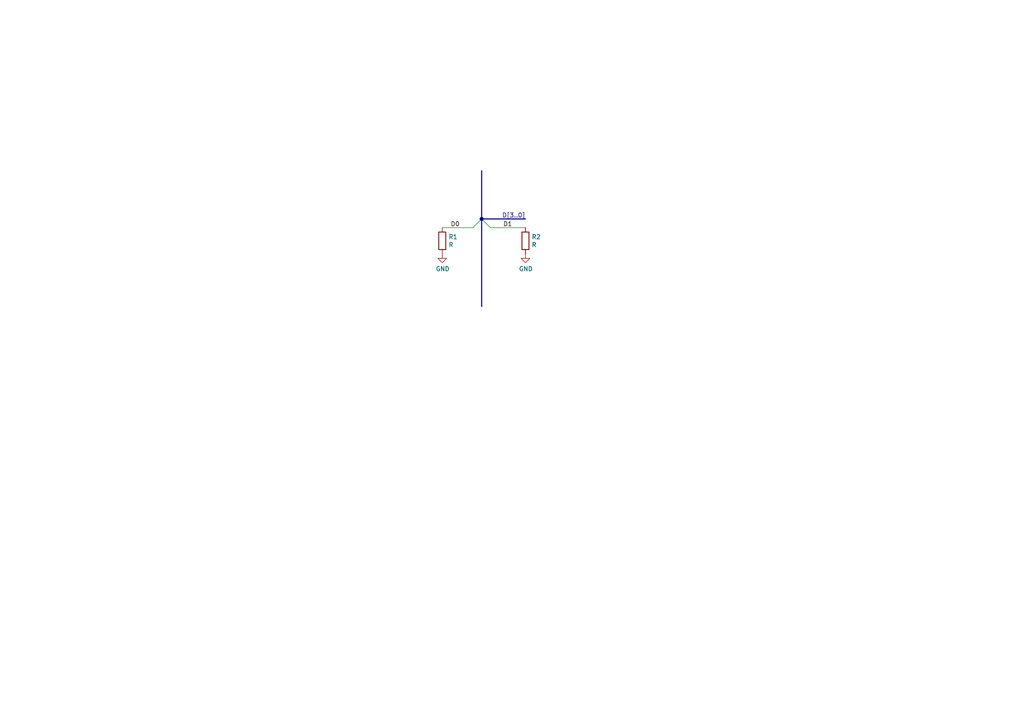
<source format=kicad_sch>
(kicad_sch (version 20201015) (generator eeschema)
  (page 1 1)
  (paper "A4")
  (lib_symbols
    (symbol "Device:R" (pin_numbers hide) (pin_names (offset 0))
      (property "Reference" "R" (at 2.032 0 90))
      (property "Value" "R" (at 0 0 90))
      (symbol "R_0_1"
        (rectangle (start -1.016 -2.54) (end 1.016 2.54) (stroke (width 0.254)))
      )
      (symbol "R_1_1"
        (pin passive line (at 0 3.81 270) (length 1.27) (name "~") (number "1"))
        (pin passive line (at 0 -3.81 90) (length 1.27) (name "~") (number "2"))
      )
    )
    (symbol "power:GND" (power) (pin_names (offset 0))
      (property "Value" "GND" (at 0 -3.81 0))
      (symbol "GND_0_1"
        (polyline (pts (xy 0 0) (xy 0 -1.27) (xy 1.27 -1.27) (xy 0 -2.54) (xy -1.27 -1.27) (xy 0 -1.27)))
      )
      (symbol "GND_1_1"
        (pin power_in line (at 0 0 270) (length 0) hide (name "GND") (number "1"))
      )
    )
  )
  (junction (at 139.7 63.5) (diameter 1.016))
  (bus_entry (at 139.7 63.5) (size -2.54 2.54) (stroke (width 0.1524)))
  (bus_entry (at 142.24 66.04) (size -2.54 -2.54) (stroke (width 0.1524)))
  (wire (pts (xy 128.27 66.04) (xy 137.16 66.04)))
  (wire (pts (xy 142.24 66.04) (xy 152.4 66.04)))
  (bus (pts (xy 139.7 49.53) (xy 139.7 63.5)))
  (bus (pts (xy 139.7 63.5) (xy 139.7 88.9)))
  (bus (pts (xy 139.7 63.5) (xy 152.4 63.5)))
  (label "D0" (at 133.35 66.04 180))
  (label "D1" (at 148.59 66.04 180))
  (label "D[3..0]" (at 152.4 63.5 180))
  (symbol (lib_id "power:GND") (at 128.27 73.66 0) (unit 1)
    (property "Reference" "#PWR?" (effects hide))
    (property "Value" "GND" (at 128.3843 77.9844 0))
  )
  (symbol (lib_id "power:GND") (at 152.4 73.66 0) (unit 1)
    (property "Reference" "#PWR?" (effects hide))
    (property "Value" "GND" (at 152.5143 77.9844 0))
  )
  (symbol (lib_id "Device:R") (at 128.27 69.85 0) (unit 1)
    (property "Reference" "R1" (at 130.048 68.707 0) (effects (justify left)))
    (property "Value" "R" (at 130.0481 70.9993 0) (effects (justify left)))
  )
  (symbol (lib_id "Device:R") (at 152.4 69.85 0) (unit 1)
    (property "Reference" "R2" (at 154.178 68.707 0) (effects (justify left)))
    (property "Value" "R" (at 154.1781 70.9993 0) (effects (justify left)))
  )
)
</source>
